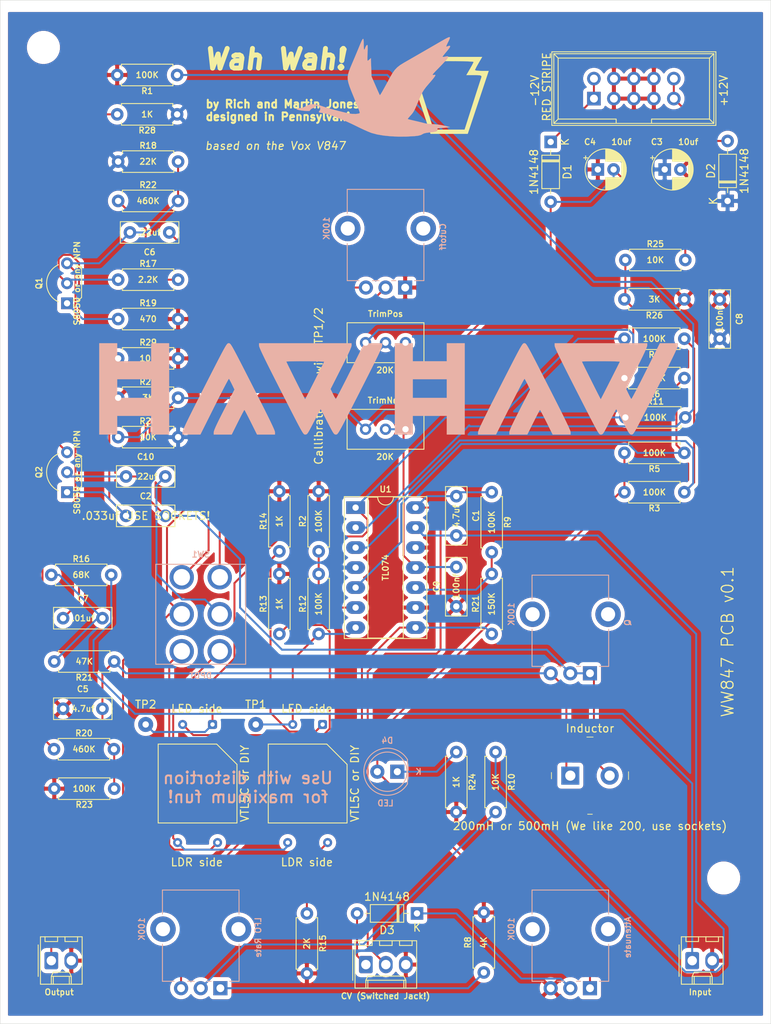
<source format=kicad_pcb>
(kicad_pcb (version 20171130) (host pcbnew "(5.1.8-0-10_14)")
  (layers (0 F.Cu signal) (31 B.Cu signal) (34 B.Paste user) (35 F.Paste user) (36 B.SilkS user) (37 F.SilkS user) (38 B.Mask user) (39 F.Mask user) (44 Edge.Cuts user))
  (net 0 "")
  (net 1 "Net-(C1-Pad2)")
  (net 2 "Net-(C1-Pad1)")
  (net 3 "Net-(C2-Pad1)")
  (net 4 "Net-(C2-Pad2)")
  (net 5 +12V)
  (net 6 GND)
  (net 7 "Net-(C4-Pad2)")
  (net 8 "Net-(C5-Pad2)")
  (net 9 I)
  (net 10 "Net-(C6-Pad2)")
  (net 11 "Net-(C7-Pad1)")
  (net 12 "Net-(C7-Pad2)")
  (net 13 J)
  (net 14 "Net-(C10-Pad1)")
  (net 15 G)
  (net 16 F)
  (net 17 "Net-(D1-Pad1)")
  (net 18 "Net-(D2-Pad2)")
  (net 19 X)
  (net 20 "Net-(D3-Pad2)")
  (net 21 "Net-(J1-Pad1)")
  (net 22 "Net-(LfoRate1-Pad3)")
  (net 23 "Net-(LfoRate1-Pad2)")
  (net 24 "Net-(LfoRate1-Pad1)")
  (net 25 "Net-(Q1-Pad1)")
  (net 26 "Net-(Q2-Pad3)")
  (net 27 "Net-(R1-Pad1)")
  (net 28 "Net-(R12-Pad2)")
  (net 29 "Net-(R3-Pad1)")
  (net 30 B)
  (net 31 "Net-(R5-Pad1)")
  (net 32 A)
  (net 33 "Net-(R11-Pad1)")
  (net 34 "Net-(R12-Pad1)")
  (net 35 "Net-(R13-Pad1)")
  (net 36 "Net-(R14-Pad1)")
  (net 37 "Net-(R15-Pad1)")
  (net 38 D)
  (net 39 E)
  (net 40 "Net-(D4-Pad1)")
  (net 41 "Net-(R21-Pad2)")
  (net 42 "Net-(ATTN1-Pad2)")
  (module ao_tht:wahwah (layer B.Cu) (at -550 19.5 180)
    (fp_text reference G*** hide)
    (fp_text value LOGO hide)
  )
  (module ao_tht:goose (layer B.Cu) (at -551.5 -19 180)
    (fp_text reference G*** hide)
    (fp_text value LOGO hide)
  )
  (module ao_tht:keystone (layer F.Cu) (at -542 -18)
    (fp_text reference G*** hide)
    (fp_text value LOGO hide)
  )
  (module ao_tht:CP_Radial_D5.0mm_P2.00mm (layer F.Cu) (at -514.5 -8.5)
    (fp_text reference C3 (at -1 -3.5) (layer F.SilkS) (effects (font (size 0.75 0.75))))
    (fp_text value 10uf)
    (fp_text user %V (at 3 -3.5) (layer F.SilkS) (effects (font (size 0.75 0.75))))
    (pad 1 thru_hole rect (at 0 0) (size 1.6 1.6) (drill 0.8) (layers *.Cu *.Mask) (net 5 +12V))
    (pad 2 thru_hole circle (at 2 0) (size 1.6 1.6) (drill 0.8) (layers *.Cu *.Mask) (net 6 GND))
  )
  (module ao_tht:CP_Radial_D5.0mm_P2.00mm (layer F.Cu) (at -523 -8.5)
    (fp_text reference C4 (at -1 -3.5) (layer F.SilkS) (effects (font (size 0.75 0.75))))
    (fp_text value 10uf)
    (fp_text user %V (at 3 -3.5) (layer F.SilkS) (effects (font (size 0.75 0.75))))
    (pad 2 thru_hole circle (at 2 0) (size 1.6 1.6) (drill 0.8) (layers *.Cu *.Mask) (net 7 "Net-(C4-Pad2)"))
    (pad 1 thru_hole rect (at 0 0) (size 1.6 1.6) (drill 0.8) (layers *.Cu *.Mask) (net 6 GND))
  )
  (module ao_tht:Potentiometer_Alpha_RD901F-40-00D_Single_Vertical_CircularHoles_centered (layer B.Cu) (at -550 -1 90)
    (fp_text reference Cutoff (at -1.05 7.3 90) (layer B.SilkS) (effects (font (size 0.75 0.75)) (justify mirror)))
    (fp_text value 100K)
    (fp_text user 100K (at 0 -7.5 270) (layer B.SilkS) (effects (font (size 0.75 0.75)) (justify mirror)))
    (pad 1 thru_hole rect (at -7.5 2.5) (size 1.8 1.8) (drill 1) (layers *.Cu *.Mask) (net 6 GND))
    (pad 2 thru_hole circle (at -7.5 0) (size 1.8 1.8) (drill 1) (layers *.Cu *.Mask) (net 15 G))
    (pad 3 thru_hole circle (at -7.5 -2.5) (size 1.8 1.8) (drill 1) (layers *.Cu *.Mask) (net 16 F))
    (pad "" thru_hole circle (at 0 -4.8) (size 3.24 3.24) (drill 1.8) (layers *.Cu *.Mask))
    (pad "" thru_hole circle (at 0 4.8) (size 3.24 3.24) (drill 1.8) (layers *.Cu *.Mask))
  )
  (module Diode_THT:D_DO-35_SOD27_P7.62mm_Horizontal (layer F.Cu) (at -529 -12 270)
    (fp_text reference D1 (at 3.81 -2.12 90) (layer F.SilkS))
    (fp_text value 1N4148 (at 3.81 2.12 90) (layer F.SilkS))
    (fp_text user K (at 0 -1.8 90) (layer F.SilkS))
    (pad 1 thru_hole rect (at 0 0 270) (size 1.6 1.6) (drill 0.8) (layers *.Cu *.Mask) (net 17 "Net-(D1-Pad1)"))
    (pad 2 thru_hole oval (at 7.62 0 270) (size 1.6 1.6) (drill 0.8) (layers *.Cu *.Mask) (net 7 "Net-(C4-Pad2)"))
  )
  (module Diode_THT:D_DO-35_SOD27_P7.62mm_Horizontal (layer F.Cu) (at -506.5 -4.5 90)
    (fp_text reference D2 (at 3.81 -2.12 90) (layer F.SilkS))
    (fp_text value 1N4148 (at 3.81 2.12 90) (layer F.SilkS))
    (fp_text user K (at 0 -1.8 90) (layer F.SilkS))
    (pad 2 thru_hole oval (at 7.62 0 90) (size 1.6 1.6) (drill 0.8) (layers *.Cu *.Mask) (net 18 "Net-(D2-Pad2)"))
    (pad 1 thru_hole rect (at 0 0 90) (size 1.6 1.6) (drill 0.8) (layers *.Cu *.Mask) (net 5 +12V))
  )
  (module Diode_THT:D_DO-35_SOD27_P7.62mm_Horizontal (layer F.Cu) (at -546 86 180)
    (fp_text reference D3 (at 3.81 -2.12) (layer F.SilkS))
    (fp_text value 1N4148 (at 3.81 2.12) (layer F.SilkS))
    (fp_text user K (at 0 -1.8) (layer F.SilkS))
    (pad 1 thru_hole rect (at 0 0 180) (size 1.6 1.6) (drill 0.8) (layers *.Cu *.Mask) (net 42 "Net-(ATTN1-Pad2)"))
    (pad 2 thru_hole oval (at 7.62 0 180) (size 1.6 1.6) (drill 0.8) (layers *.Cu *.Mask) (net 20 "Net-(D3-Pad2)"))
  )
  (module MountingHole:MountingHole_3.2mm_M3 (layer F.Cu) (at -507 81.5)
    (fp_text reference H1 hide)
    (fp_text value MountingHole)
    (pad 1 np_thru_hole circle (at 0 0) (size 3.2 3.2) (drill 3.2) (layers *.Cu *.Mask))
  )
  (module MountingHole:MountingHole_3.2mm_M3 (layer F.Cu) (at -593.5 -24)
    (fp_text reference H2 hide)
    (fp_text value MountingHole)
    (pad 1 np_thru_hole circle (at 0 0) (size 3.2 3.2) (drill 3.2) (layers *.Cu *.Mask))
  )
  (module ao_tht:Molex_KK-254_AE-6410-02A_1x02_P2.54mm_Vertical (layer F.Cu) (at -511 92)
    (fp_text reference J1 hide)
    (fp_text value Input)
    (fp_text user Input (at 1 4) (layer F.SilkS) (effects (font (size 0.75 0.75))))
    (pad 1 thru_hole roundrect (at 0 0) (size 1.74 2.2) (drill 1.2) (layers *.Cu *.Mask) (roundrect_rratio 0.1436775862068966) (net 21 "Net-(J1-Pad1)"))
    (pad 2 thru_hole oval (at 2.54 0) (size 1.74 2.2) (drill 1.2) (layers *.Cu *.Mask) (net 6 GND))
  )
  (module ao_tht:Power_Header (layer F.Cu) (at -523.5 -17.5 90)
    (fp_text reference J2 hide)
    (fp_text value Synth_power_2x5)
    (fp_text user +12V (at 1 16.5 90) (layer F.SilkS))
    (fp_text user -12V (at 1 -7.5 90) (layer F.SilkS))
    (fp_text user "RED STRIPE" (at 1.5 -6 90) (layer F.SilkS))
    (pad 1 thru_hole rect (at 0 0 90) (size 1.7272 1.7272) (drill 1.016) (layers *.Cu *.Mask) (net 17 "Net-(D1-Pad1)"))
    (pad 2 thru_hole oval (at 2.54 0 90) (size 1.7272 1.7272) (drill 1.016) (layers *.Cu *.Mask) (net 17 "Net-(D1-Pad1)"))
    (pad 3 thru_hole oval (at 0 2.54 90) (size 1.7272 1.7272) (drill 1.016) (layers *.Cu *.Mask) (net 6 GND))
    (pad 4 thru_hole oval (at 2.54 2.54 90) (size 1.7272 1.7272) (drill 1.016) (layers *.Cu *.Mask) (net 6 GND))
    (pad 5 thru_hole oval (at 0 5.08 90) (size 1.7272 1.7272) (drill 1.016) (layers *.Cu *.Mask) (net 6 GND))
    (pad 6 thru_hole oval (at 2.54 5.08 90) (size 1.7272 1.7272) (drill 1.016) (layers *.Cu *.Mask) (net 6 GND))
    (pad 7 thru_hole oval (at 0 7.62 90) (size 1.7272 1.7272) (drill 1.016) (layers *.Cu *.Mask) (net 6 GND))
    (pad 8 thru_hole oval (at 2.54 7.62 90) (size 1.7272 1.7272) (drill 1.016) (layers *.Cu *.Mask) (net 6 GND))
    (pad 9 thru_hole oval (at 0 10.16 90) (size 1.7272 1.7272) (drill 1.016) (layers *.Cu *.Mask) (net 18 "Net-(D2-Pad2)"))
    (pad 10 thru_hole oval (at 2.54 10.16 90) (size 1.7272 1.7272) (drill 1.016) (layers *.Cu *.Mask) (net 18 "Net-(D2-Pad2)"))
  )
  (module ao_tht:Molex_KK-254_AE-6410-02A_1x02_P2.54mm_Vertical (layer F.Cu) (at -592.5 92)
    (fp_text reference J3 hide)
    (fp_text value Output)
    (fp_text user Output (at 1 4) (layer F.SilkS) (effects (font (size 0.75 0.75))))
    (pad 2 thru_hole oval (at 2.54 0) (size 1.74 2.2) (drill 1.2) (layers *.Cu *.Mask) (net 6 GND))
    (pad 1 thru_hole roundrect (at 0 0) (size 1.74 2.2) (drill 1.2) (layers *.Cu *.Mask) (roundrect_rratio 0.1436775862068966) (net 9 I))
  )
  (module ao_tht:Molex_KK-254_AE-6410-03A_1x03_P2.54mm_Vertical (layer F.Cu) (at -552.5 92.5)
    (fp_text reference J4 hide)
    (fp_text value CV_switched_jack)
    (fp_text user "CV (Switched Jack!)" (at 2.5 4) (layer F.SilkS) (effects (font (size 0.75 0.75))))
    (pad 1 thru_hole roundrect (at 0 0) (size 1.74 2.2) (drill 1.2) (layers *.Cu *.Mask) (roundrect_rratio 0.1436775862068966) (net 20 "Net-(D3-Pad2)"))
    (pad 2 thru_hole oval (at 2.54 0) (size 1.74 2.2) (drill 1.2) (layers *.Cu *.Mask) (net 2 "Net-(C1-Pad1)"))
    (pad 3 thru_hole oval (at 5.08 0) (size 1.74 2.2) (drill 1.2) (layers *.Cu *.Mask) (net 6 GND))
  )
  (module digikey-footprints:Inductor_13R106C (layer F.Cu) (at -524 68.5)
    (fp_text reference Inductor (at 0 -6) (layer F.SilkS))
    (fp_text value "200mH or 500mH (We like 200, use sockets)" (at 0 6.4) (layer F.SilkS))
    (pad 1 thru_hole rect (at -2.5 0) (size 2.3 2.3) (drill 1.3) (layers *.Cu *.Mask) (net 8 "Net-(C5-Pad2)"))
    (pad 2 thru_hole circle (at 2.5 0) (size 2.3 2.3) (drill 1.3) (layers *.Cu *.Mask) (net 4 "Net-(C2-Pad2)"))
  )
  (module ao_tht:Potentiometer_Alpha_RD901F-40-00D_Single_Vertical_CircularHoles_centered (layer B.Cu) (at -573.5 88 90)
    (fp_text reference "LFO Rate" (at -1.05 7.3 90) (layer B.SilkS) (effects (font (size 0.75 0.75)) (justify mirror)))
    (fp_text value 100K)
    (fp_text user 100K (at 0 -7.5 270) (layer B.SilkS) (effects (font (size 0.75 0.75)) (justify mirror)))
    (pad "" thru_hole circle (at 0 4.8) (size 3.24 3.24) (drill 1.8) (layers *.Cu *.Mask))
    (pad "" thru_hole circle (at 0 -4.8) (size 3.24 3.24) (drill 1.8) (layers *.Cu *.Mask))
    (pad 3 thru_hole circle (at -7.5 -2.5) (size 1.8 1.8) (drill 1) (layers *.Cu *.Mask) (net 22 "Net-(LfoRate1-Pad3)"))
    (pad 2 thru_hole circle (at -7.5 0) (size 1.8 1.8) (drill 1) (layers *.Cu *.Mask) (net 23 "Net-(LfoRate1-Pad2)"))
    (pad 1 thru_hole rect (at -7.5 2.5) (size 1.8 1.8) (drill 1) (layers *.Cu *.Mask) (net 24 "Net-(LfoRate1-Pad1)"))
  )
  (module ao_tht:R_Axial_DIN0207_L6.3mm_D2.5mm_P7.62mm_Horizontal (layer F.Cu) (at -576.5 -20.5 180)
    (fp_text reference R1 (at 3.81 -2.032) (layer F.SilkS) (effects (font (size 0.75 0.75))))
    (fp_text value 100K (at 3.81 0) (layer F.SilkS) (effects (font (size 0.75 0.75))))
    (pad 1 thru_hole circle (at 0 0 180) (size 1.6 1.6) (drill 0.8) (layers *.Cu *.Mask) (net 27 "Net-(R1-Pad1)"))
    (pad 2 thru_hole oval (at 7.62 0 180) (size 1.6 1.6) (drill 0.8) (layers *.Cu *.Mask) (net 6 GND))
  )
  (module ao_tht:R_Axial_DIN0207_L6.3mm_D2.5mm_P7.62mm_Horizontal (layer F.Cu) (at -558.5 40 90)
    (fp_text reference R2 (at 3.81 -2.032 90) (layer F.SilkS) (effects (font (size 0.75 0.75))))
    (fp_text value 100K (at 3.81 0 90) (layer F.SilkS) (effects (font (size 0.75 0.75))))
    (pad 2 thru_hole oval (at 7.62 0 90) (size 1.6 1.6) (drill 0.8) (layers *.Cu *.Mask) (net 6 GND))
    (pad 1 thru_hole circle (at 0 0 90) (size 1.6 1.6) (drill 0.8) (layers *.Cu *.Mask) (net 28 "Net-(R12-Pad2)"))
  )
  (module ao_tht:R_Axial_DIN0207_L6.3mm_D2.5mm_P7.62mm_Horizontal (layer F.Cu) (at -512 32.5 180)
    (fp_text reference R3 (at 3.81 -2.032) (layer F.SilkS) (effects (font (size 0.75 0.75))))
    (fp_text value 100K (at 3.81 0) (layer F.SilkS) (effects (font (size 0.75 0.75))))
    (pad 2 thru_hole oval (at 7.62 0 180) (size 1.6 1.6) (drill 0.8) (layers *.Cu *.Mask) (net 19 X))
    (pad 1 thru_hole circle (at 0 0 180) (size 1.6 1.6) (drill 0.8) (layers *.Cu *.Mask) (net 29 "Net-(R3-Pad1)"))
  )
  (module ao_tht:R_Axial_DIN0207_L6.3mm_D2.5mm_P7.62mm_Horizontal (layer F.Cu) (at -512 13 180)
    (fp_text reference R4 (at 3.81 -2.032) (layer F.SilkS) (effects (font (size 0.75 0.75))))
    (fp_text value 100K (at 3.81 0) (layer F.SilkS) (effects (font (size 0.75 0.75))))
    (pad 1 thru_hole circle (at 0 0 180) (size 1.6 1.6) (drill 0.8) (layers *.Cu *.Mask) (net 29 "Net-(R3-Pad1)"))
    (pad 2 thru_hole oval (at 7.62 0 180) (size 1.6 1.6) (drill 0.8) (layers *.Cu *.Mask) (net 30 B))
  )
  (module ao_tht:R_Axial_DIN0207_L6.3mm_D2.5mm_P7.62mm_Horizontal (layer F.Cu) (at -512 27.5 180)
    (fp_text reference R5 (at 3.81 -2.032) (layer F.SilkS) (effects (font (size 0.75 0.75))))
    (fp_text value 100K (at 3.81 0) (layer F.SilkS) (effects (font (size 0.75 0.75))))
    (pad 2 thru_hole oval (at 7.62 0 180) (size 1.6 1.6) (drill 0.8) (layers *.Cu *.Mask) (net 19 X))
    (pad 1 thru_hole circle (at 0 0 180) (size 1.6 1.6) (drill 0.8) (layers *.Cu *.Mask) (net 31 "Net-(R5-Pad1)"))
  )
  (module ao_tht:R_Axial_DIN0207_L6.3mm_D2.5mm_P7.62mm_Horizontal (layer F.Cu) (at -512 18 180)
    (fp_text reference R6 (at 3.81 -2.032) (layer F.SilkS) (effects (font (size 0.75 0.75))))
    (fp_text value 100K (at 3.81 0) (layer F.SilkS) (effects (font (size 0.75 0.75))))
    (pad 1 thru_hole circle (at 0 0 180) (size 1.6 1.6) (drill 0.8) (layers *.Cu *.Mask) (net 31 "Net-(R5-Pad1)"))
    (pad 2 thru_hole oval (at 7.62 0 180) (size 1.6 1.6) (drill 0.8) (layers *.Cu *.Mask) (net 32 A))
  )
  (module ao_tht:R_Axial_DIN0207_L6.3mm_D2.5mm_P7.62mm_Horizontal (layer F.Cu) (at -536.5 50.5 90)
    (fp_text reference R21 (at 3.81 -2.032 90) (layer F.SilkS) (effects (font (size 0.75 0.75))))
    (fp_text value 150K (at 3.81 0 90) (layer F.SilkS) (effects (font (size 0.75 0.75))))
    (pad 2 thru_hole oval (at 7.62 0 90) (size 1.6 1.6) (drill 0.8) (layers *.Cu *.Mask) (net 41 "Net-(R21-Pad2)"))
    (pad 1 thru_hole circle (at 0 0 90) (size 1.6 1.6) (drill 0.8) (layers *.Cu *.Mask) (net 22 "Net-(LfoRate1-Pad3)"))
  )
  (module ao_tht:R_Axial_DIN0207_L6.3mm_D2.5mm_P7.62mm_Horizontal (layer F.Cu) (at -537.5 93.5 90)
    (fp_text reference R8 (at 3.81 -2.032 90) (layer F.SilkS) (effects (font (size 0.75 0.75))))
    (fp_text value 4K (at 3.81 0 90) (layer F.SilkS) (effects (font (size 0.75 0.75))))
    (pad 2 thru_hole oval (at 7.62 0 90) (size 1.6 1.6) (drill 0.8) (layers *.Cu *.Mask) (net 6 GND))
    (pad 1 thru_hole circle (at 0 0 90) (size 1.6 1.6) (drill 0.8) (layers *.Cu *.Mask) (net 24 "Net-(LfoRate1-Pad1)"))
  )
  (module ao_tht:R_Axial_DIN0207_L6.3mm_D2.5mm_P7.62mm_Horizontal (layer F.Cu) (at -536.5 32.5 270)
    (fp_text reference R9 (at 3.81 -2.032 90) (layer F.SilkS) (effects (font (size 0.75 0.75))))
    (fp_text value 100K (at 3.81 0 90) (layer F.SilkS) (effects (font (size 0.75 0.75))))
    (pad 1 thru_hole circle (at 0 0 270) (size 1.6 1.6) (drill 0.8) (layers *.Cu *.Mask) (net 2 "Net-(C1-Pad1)"))
    (pad 2 thru_hole oval (at 7.62 0 270) (size 1.6 1.6) (drill 0.8) (layers *.Cu *.Mask) (net 41 "Net-(R21-Pad2)"))
  )
  (module ao_tht:R_Axial_DIN0207_L6.3mm_D2.5mm_P7.62mm_Horizontal (layer F.Cu) (at -536 65.5 270)
    (fp_text reference R10 (at 3.81 -2.032 90) (layer F.SilkS) (effects (font (size 0.75 0.75))))
    (fp_text value 10K (at 3.81 0 90) (layer F.SilkS) (effects (font (size 0.75 0.75))))
    (pad 1 thru_hole circle (at 0 0 270) (size 1.6 1.6) (drill 0.8) (layers *.Cu *.Mask) (net 1 "Net-(C1-Pad2)"))
    (pad 2 thru_hole oval (at 7.62 0 270) (size 1.6 1.6) (drill 0.8) (layers *.Cu *.Mask) (net 23 "Net-(LfoRate1-Pad2)"))
  )
  (module ao_tht:R_Axial_DIN0207_L6.3mm_D2.5mm_P7.62mm_Horizontal (layer F.Cu) (at -519.5 23)
    (fp_text reference R11 (at 3.81 -2.032) (layer F.SilkS) (effects (font (size 0.75 0.75))))
    (fp_text value 100K (at 3.81 0) (layer F.SilkS) (effects (font (size 0.75 0.75))))
    (pad 1 thru_hole circle (at 0 0) (size 1.6 1.6) (drill 0.8) (layers *.Cu *.Mask) (net 33 "Net-(R11-Pad1)"))
    (pad 2 thru_hole oval (at 7.62 0) (size 1.6 1.6) (drill 0.8) (layers *.Cu *.Mask) (net 27 "Net-(R1-Pad1)"))
  )
  (module ao_tht:R_Axial_DIN0207_L6.3mm_D2.5mm_P7.62mm_Horizontal (layer F.Cu) (at -558.5 50.5 90)
    (fp_text reference R12 (at 3.81 -2.032 90) (layer F.SilkS) (effects (font (size 0.75 0.75))))
    (fp_text value 100K (at 3.81 0 90) (layer F.SilkS) (effects (font (size 0.75 0.75))))
    (pad 2 thru_hole oval (at 7.62 0 90) (size 1.6 1.6) (drill 0.8) (layers *.Cu *.Mask) (net 28 "Net-(R12-Pad2)"))
    (pad 1 thru_hole circle (at 0 0 90) (size 1.6 1.6) (drill 0.8) (layers *.Cu *.Mask) (net 34 "Net-(R12-Pad1)"))
  )
  (module ao_tht:R_Axial_DIN0207_L6.3mm_D2.5mm_P7.62mm_Horizontal (layer F.Cu) (at -563.5 50.5 90)
    (fp_text reference R13 (at 3.81 -2.032 90) (layer F.SilkS) (effects (font (size 0.75 0.75))))
    (fp_text value 1K (at 3.81 0 90) (layer F.SilkS) (effects (font (size 0.75 0.75))))
    (pad 2 thru_hole oval (at 7.62 0 90) (size 1.6 1.6) (drill 0.8) (layers *.Cu *.Mask) (net 6 GND))
    (pad 1 thru_hole circle (at 0 0 90) (size 1.6 1.6) (drill 0.8) (layers *.Cu *.Mask) (net 35 "Net-(R13-Pad1)"))
  )
  (module ao_tht:R_Axial_DIN0207_L6.3mm_D2.5mm_P7.62mm_Horizontal (layer F.Cu) (at -563.5 40 90)
    (fp_text reference R14 (at 3.81 -2.032 90) (layer F.SilkS) (effects (font (size 0.75 0.75))))
    (fp_text value 1K (at 3.81 0 90) (layer F.SilkS) (effects (font (size 0.75 0.75))))
    (pad 1 thru_hole circle (at 0 0 90) (size 1.6 1.6) (drill 0.8) (layers *.Cu *.Mask) (net 36 "Net-(R14-Pad1)"))
    (pad 2 thru_hole oval (at 7.62 0 90) (size 1.6 1.6) (drill 0.8) (layers *.Cu *.Mask) (net 6 GND))
  )
  (module ao_tht:R_Axial_DIN0207_L6.3mm_D2.5mm_P7.62mm_Horizontal (layer F.Cu) (at -560 86 270)
    (fp_text reference R15 (at 3.81 -2.032 90) (layer F.SilkS) (effects (font (size 0.75 0.75))))
    (fp_text value 2K (at 3.81 0 90) (layer F.SilkS) (effects (font (size 0.75 0.75))))
    (pad 2 thru_hole oval (at 7.62 0 270) (size 1.6 1.6) (drill 0.8) (layers *.Cu *.Mask) (net 6 GND))
    (pad 1 thru_hole circle (at 0 0 270) (size 1.6 1.6) (drill 0.8) (layers *.Cu *.Mask) (net 37 "Net-(R15-Pad1)"))
  )
  (module ao_tht:R_Axial_DIN0207_L6.3mm_D2.5mm_P7.62mm_Horizontal (layer F.Cu) (at -592.5 43)
    (fp_text reference R16 (at 3.81 -2.032) (layer F.SilkS) (effects (font (size 0.75 0.75))))
    (fp_text value 68K (at 3.81 0) (layer F.SilkS) (effects (font (size 0.75 0.75))))
    (pad 1 thru_hole circle (at 0 0) (size 1.6 1.6) (drill 0.8) (layers *.Cu *.Mask) (net 12 "Net-(C7-Pad2)"))
    (pad 2 thru_hole oval (at 7.62 0) (size 1.6 1.6) (drill 0.8) (layers *.Cu *.Mask) (net 21 "Net-(J1-Pad1)"))
  )
  (module ao_tht:R_Axial_DIN0207_L6.3mm_D2.5mm_P7.62mm_Horizontal (layer F.Cu) (at -584 5.5)
    (fp_text reference R17 (at 3.81 -2.032) (layer F.SilkS) (effects (font (size 0.75 0.75))))
    (fp_text value 2.2K (at 3.81 0) (layer F.SilkS) (effects (font (size 0.75 0.75))))
    (pad 2 thru_hole oval (at 7.62 0) (size 1.6 1.6) (drill 0.8) (layers *.Cu *.Mask) (net 4 "Net-(C2-Pad2)"))
    (pad 1 thru_hole circle (at 0 0) (size 1.6 1.6) (drill 0.8) (layers *.Cu *.Mask) (net 11 "Net-(C7-Pad1)"))
  )
  (module ao_tht:R_Axial_DIN0207_L6.3mm_D2.5mm_P7.62mm_Horizontal (layer F.Cu) (at -584 -9.5)
    (fp_text reference R18 (at 3.81 -2.032) (layer F.SilkS) (effects (font (size 0.75 0.75))))
    (fp_text value 22K (at 3.81 0) (layer F.SilkS) (effects (font (size 0.75 0.75))))
    (pad 1 thru_hole circle (at 0 0) (size 1.6 1.6) (drill 0.8) (layers *.Cu *.Mask) (net 5 +12V))
    (pad 2 thru_hole oval (at 7.62 0) (size 1.6 1.6) (drill 0.8) (layers *.Cu *.Mask) (net 10 "Net-(C6-Pad2)"))
  )
  (module ao_tht:R_Axial_DIN0207_L6.3mm_D2.5mm_P7.62mm_Horizontal (layer F.Cu) (at -584 10.5)
    (fp_text reference R19 (at 3.81 -2.032) (layer F.SilkS) (effects (font (size 0.75 0.75))))
    (fp_text value 470 (at 3.81 0) (layer F.SilkS) (effects (font (size 0.75 0.75))))
    (pad 2 thru_hole oval (at 7.62 0) (size 1.6 1.6) (drill 0.8) (layers *.Cu *.Mask) (net 6 GND))
    (pad 1 thru_hole circle (at 0 0) (size 1.6 1.6) (drill 0.8) (layers *.Cu *.Mask) (net 25 "Net-(Q1-Pad1)"))
  )
  (module ao_tht:R_Axial_DIN0207_L6.3mm_D2.5mm_P7.62mm_Horizontal (layer F.Cu) (at -592.154558 65.141181)
    (fp_text reference R20 (at 3.81 -2.032) (layer F.SilkS) (effects (font (size 0.75 0.75))))
    (fp_text value 460K (at 3.81 0) (layer F.SilkS) (effects (font (size 0.75 0.75))))
    (pad 1 thru_hole circle (at 0 0) (size 1.6 1.6) (drill 0.8) (layers *.Cu *.Mask) (net 10 "Net-(C6-Pad2)"))
    (pad 2 thru_hole oval (at 7.62 0) (size 1.6 1.6) (drill 0.8) (layers *.Cu *.Mask) (net 8 "Net-(C5-Pad2)"))
  )
  (module ao_tht:R_Axial_DIN0207_L6.3mm_D2.5mm_P7.62mm_Horizontal (layer F.Cu) (at -584.5 54 180)
    (fp_text reference R21 (at 3.81 -2.032) (layer F.SilkS) (effects (font (size 0.75 0.75))))
    (fp_text value 47K (at 3.81 0) (layer F.SilkS) (effects (font (size 0.75 0.75))))
    (pad 1 thru_hole circle (at 0 0 180) (size 1.6 1.6) (drill 0.8) (layers *.Cu *.Mask) (net 8 "Net-(C5-Pad2)"))
    (pad 2 thru_hole oval (at 7.62 0 180) (size 1.6 1.6) (drill 0.8) (layers *.Cu *.Mask) (net 12 "Net-(C7-Pad2)"))
  )
  (module ao_tht:R_Axial_DIN0207_L6.3mm_D2.5mm_P7.62mm_Horizontal (layer F.Cu) (at -584 -4.5)
    (fp_text reference R22 (at 3.81 -2.032) (layer F.SilkS) (effects (font (size 0.75 0.75))))
    (fp_text value 460K (at 3.81 0) (layer F.SilkS) (effects (font (size 0.75 0.75))))
    (pad 2 thru_hole oval (at 7.62 0) (size 1.6 1.6) (drill 0.8) (layers *.Cu *.Mask) (net 10 "Net-(C6-Pad2)"))
    (pad 1 thru_hole circle (at 0 0) (size 1.6 1.6) (drill 0.8) (layers *.Cu *.Mask) (net 14 "Net-(C10-Pad1)"))
  )
  (module ao_tht:R_Axial_DIN0207_L6.3mm_D2.5mm_P7.62mm_Horizontal (layer F.Cu) (at -584.5 70.152698 180)
    (fp_text reference R23 (at 3.81 -2.032) (layer F.SilkS) (effects (font (size 0.75 0.75))))
    (fp_text value 100K (at 3.81 0) (layer F.SilkS) (effects (font (size 0.75 0.75))))
    (pad 1 thru_hole circle (at 0 0 180) (size 1.6 1.6) (drill 0.8) (layers *.Cu *.Mask) (net 8 "Net-(C5-Pad2)"))
    (pad 2 thru_hole oval (at 7.62 0 180) (size 1.6 1.6) (drill 0.8) (layers *.Cu *.Mask) (net 6 GND))
  )
  (module ao_tht:R_Axial_DIN0207_L6.3mm_D2.5mm_P7.62mm_Horizontal (layer F.Cu) (at -584 25.5)
    (fp_text reference R24 (at 3.81 -2.032) (layer F.SilkS) (effects (font (size 0.75 0.75))))
    (fp_text value 10K (at 3.81 0) (layer F.SilkS) (effects (font (size 0.75 0.75))))
    (pad 2 thru_hole oval (at 7.62 0) (size 1.6 1.6) (drill 0.8) (layers *.Cu *.Mask) (net 5 +12V))
    (pad 1 thru_hole circle (at 0 0) (size 1.6 1.6) (drill 0.8) (layers *.Cu *.Mask) (net 30 B))
  )
  (module ao_tht:R_Axial_DIN0207_L6.3mm_D2.5mm_P7.62mm_Horizontal (layer F.Cu) (at -519.5 3)
    (fp_text reference R25 (at 3.81 -2.032) (layer F.SilkS) (effects (font (size 0.75 0.75))))
    (fp_text value 10K (at 3.81 0) (layer F.SilkS) (effects (font (size 0.75 0.75))))
    (pad 2 thru_hole oval (at 7.62 0) (size 1.6 1.6) (drill 0.8) (layers *.Cu *.Mask) (net 7 "Net-(C4-Pad2)"))
    (pad 1 thru_hole circle (at 0 0) (size 1.6 1.6) (drill 0.8) (layers *.Cu *.Mask) (net 32 A))
  )
  (module ao_tht:R_Axial_DIN0207_L6.3mm_D2.5mm_P7.62mm_Horizontal (layer F.Cu) (at -512 8 180)
    (fp_text reference R26 (at 3.81 -2.032) (layer F.SilkS) (effects (font (size 0.75 0.75))))
    (fp_text value 3K (at 3.81 0) (layer F.SilkS) (effects (font (size 0.75 0.75))))
    (pad 1 thru_hole circle (at 0 0 180) (size 1.6 1.6) (drill 0.8) (layers *.Cu *.Mask) (net 6 GND))
    (pad 2 thru_hole oval (at 7.62 0 180) (size 1.6 1.6) (drill 0.8) (layers *.Cu *.Mask) (net 32 A))
  )
  (module ao_tht:R_Axial_DIN0207_L6.3mm_D2.5mm_P7.62mm_Horizontal (layer F.Cu) (at -584 20.5)
    (fp_text reference R27 (at 3.81 -2.032) (layer F.SilkS) (effects (font (size 0.75 0.75))))
    (fp_text value 3K (at 3.81 0) (layer F.SilkS) (effects (font (size 0.75 0.75))))
    (pad 1 thru_hole circle (at 0 0) (size 1.6 1.6) (drill 0.8) (layers *.Cu *.Mask) (net 6 GND))
    (pad 2 thru_hole oval (at 7.62 0) (size 1.6 1.6) (drill 0.8) (layers *.Cu *.Mask) (net 30 B))
  )
  (module ao_tht:R_Axial_DIN0207_L6.3mm_D2.5mm_P7.62mm_Horizontal (layer F.Cu) (at -576.5 -15.5 180)
    (fp_text reference R28 (at 3.81 -2.032) (layer F.SilkS) (effects (font (size 0.75 0.75))))
    (fp_text value 1K (at 3.81 0) (layer F.SilkS) (effects (font (size 0.75 0.75))))
    (pad 1 thru_hole circle (at 0 0 180) (size 1.6 1.6) (drill 0.8) (layers *.Cu *.Mask) (net 5 +12V))
    (pad 2 thru_hole oval (at 7.62 0 180) (size 1.6 1.6) (drill 0.8) (layers *.Cu *.Mask) (net 26 "Net-(Q2-Pad3)"))
  )
  (module ao_tht:R_Axial_DIN0207_L6.3mm_D2.5mm_P7.62mm_Horizontal (layer F.Cu) (at -584 15.5)
    (fp_text reference R29 (at 3.81 -2.032) (layer F.SilkS) (effects (font (size 0.75 0.75))))
    (fp_text value 10K (at 3.81 0) (layer F.SilkS) (effects (font (size 0.75 0.75))))
    (pad 2 thru_hole oval (at 7.62 0) (size 1.6 1.6) (drill 0.8) (layers *.Cu *.Mask) (net 6 GND))
    (pad 1 thru_hole circle (at 0 0) (size 1.6 1.6) (drill 0.8) (layers *.Cu *.Mask) (net 3 "Net-(C2-Pad1)"))
  )
  (module ao_tht:DPDT-toggle-switch-1M-seriesx (layer B.Cu) (at -573.5 48 180)
    (fp_text reference SW1 (at 0 7.6) (layer B.SilkS) (effects (font (size 0.75 0.75)) (justify mirror)))
    (fp_text value SW_DPDT_x2)
    (fp_text user DPDT (at 0 -7.8) (layer B.SilkS) (effects (font (size 0.75 0.75)) (justify mirror)))
    (pad 2 thru_hole circle (at 2.415 0 180) (size 3.1 3.1) (drill 2.1) (layers *.Cu *.Mask) (net 9 I))
    (pad 3 thru_hole circle (at 2.415 4.7 180) (size 3.1 3.1) (drill 2.1) (layers *.Cu *.Mask) (net 16 F))
    (pad 1 thru_hole circle (at 2.415 -4.7 180) (size 3.1 3.1) (drill 2.1) (layers *.Cu *.Mask) (net 38 D))
    (pad 6 thru_hole circle (at -2.415 4.7 180) (size 3.1 3.1) (drill 2.1) (layers *.Cu *.Mask) (net 15 G))
    (pad 5 thru_hole circle (at -2.415 0 180) (size 3.1 3.1) (drill 2.1) (layers *.Cu *.Mask) (net 13 J))
    (pad 4 thru_hole circle (at -2.415 -4.7 180) (size 3.1 3.1) (drill 2.1) (layers *.Cu *.Mask) (net 39 E))
  )
  (module ao_tht:DIP-14_W7.62mm_Socket_LongPads (layer F.Cu) (at -553.804376 34.452423)
    (fp_text reference U1 (at 3.81 -2.33) (layer F.SilkS) (effects (font (size 0.75 0.75))))
    (fp_text value TL074)
    (fp_text user %V (at 3.81 7.62 90) (layer F.SilkS) (effects (font (size 0.75 0.75))))
    (pad 1 thru_hole rect (at 0 0) (size 2.4 1.6) (drill 0.8) (layers *.Cu *.Mask) (net 33 "Net-(R11-Pad1)"))
    (pad 8 thru_hole oval (at 7.62 15.24) (size 2.4 1.6) (drill 0.8) (layers *.Cu *.Mask) (net 22 "Net-(LfoRate1-Pad3)"))
    (pad 2 thru_hole oval (at 0 2.54) (size 2.4 1.6) (drill 0.8) (layers *.Cu *.Mask) (net 27 "Net-(R1-Pad1)"))
    (pad 9 thru_hole oval (at 7.62 12.7) (size 2.4 1.6) (drill 0.8) (layers *.Cu *.Mask) (net 6 GND))
    (pad 3 thru_hole oval (at 0 5.08) (size 2.4 1.6) (drill 0.8) (layers *.Cu *.Mask) (net 29 "Net-(R3-Pad1)"))
    (pad 10 thru_hole oval (at 7.62 10.16) (size 2.4 1.6) (drill 0.8) (layers *.Cu *.Mask) (net 41 "Net-(R21-Pad2)"))
    (pad 4 thru_hole oval (at 0 7.62) (size 2.4 1.6) (drill 0.8) (layers *.Cu *.Mask) (net 5 +12V))
    (pad 11 thru_hole oval (at 7.62 7.62) (size 2.4 1.6) (drill 0.8) (layers *.Cu *.Mask) (net 7 "Net-(C4-Pad2)"))
    (pad 5 thru_hole oval (at 0 10.16) (size 2.4 1.6) (drill 0.8) (layers *.Cu *.Mask) (net 31 "Net-(R5-Pad1)"))
    (pad 12 thru_hole oval (at 7.62 5.08) (size 2.4 1.6) (drill 0.8) (layers *.Cu *.Mask) (net 6 GND))
    (pad 6 thru_hole oval (at 0 12.7) (size 2.4 1.6) (drill 0.8) (layers *.Cu *.Mask) (net 28 "Net-(R12-Pad2)"))
    (pad 13 thru_hole oval (at 7.62 2.54) (size 2.4 1.6) (drill 0.8) (layers *.Cu *.Mask) (net 1 "Net-(C1-Pad2)"))
    (pad 7 thru_hole oval (at 0 15.24) (size 2.4 1.6) (drill 0.8) (layers *.Cu *.Mask) (net 34 "Net-(R12-Pad1)"))
    (pad 14 thru_hole oval (at 7.62 0) (size 2.4 1.6) (drill 0.8) (layers *.Cu *.Mask) (net 2 "Net-(C1-Pad1)"))
  )
  (module OptoDevice:PerkinElmer_VTL5C (layer F.Cu) (at -572 62 270)
    (fp_text reference "VTL5C or DIY" (at 7.5 -4.1 90) (layer F.SilkS))
    (fp_text value VTL5C)
    (pad 2 thru_hole circle (at 0 3.8 270) (size 1.15 1.15) (drill 0.55) (layers *.Cu *.Mask) (net 35 "Net-(R13-Pad1)"))
    (pad 4 thru_hole circle (at 15 4.44 270) (size 1.15 1.15) (drill 0.55) (layers *.Cu *.Mask) (net 39 E))
    (pad 3 thru_hole circle (at 15 -0.64 270) (size 1.15 1.15) (drill 0.55) (layers *.Cu *.Mask) (net 38 D))
    (pad 1 thru_hole roundrect (at 0 0 270) (size 1.15 1.15) (drill 0.55) (layers *.Cu *.Mask) (net 33 "Net-(R11-Pad1)"))
  )
  (module OptoDevice:PerkinElmer_VTL5C (layer F.Cu) (at -558 62 270)
    (fp_text reference "VTL5C or DIY" (at 7.5 -4.1 90) (layer F.SilkS))
    (fp_text value VTL5C)
    (pad 1 thru_hole roundrect (at 0 0 270) (size 1.15 1.15) (drill 0.55) (layers *.Cu *.Mask) (net 36 "Net-(R14-Pad1)"))
    (pad 3 thru_hole circle (at 15 -0.64 270) (size 1.15 1.15) (drill 0.55) (layers *.Cu *.Mask) (net 37 "Net-(R15-Pad1)"))
    (pad 4 thru_hole circle (at 15 4.44 270) (size 1.15 1.15) (drill 0.55) (layers *.Cu *.Mask) (net 39 E))
    (pad 2 thru_hole circle (at 0 3.8 270) (size 1.15 1.15) (drill 0.55) (layers *.Cu *.Mask) (net 34 "Net-(R12-Pad1)"))
  )
  (module ao_tht:TO-92_Inline_Wide (layer F.Cu) (at -590.5 8.5 90)
    (fp_text reference Q1 (at 2.54 -3.56 90) (layer F.SilkS) (effects (font (size 0.75 0.75))))
    (fp_text value S8050)
    (fp_text user "%V or any NPN" (at 2.54 1.27 90) (layer F.SilkS) (effects (font (size 0.75 0.75))))
    (pad 2 thru_hole circle (at 2.54 0 180) (size 1.5 1.5) (drill 0.8) (layers *.Cu *.Mask) (net 11 "Net-(C7-Pad1)"))
    (pad 3 thru_hole circle (at 5.08 0 180) (size 1.5 1.5) (drill 0.8) (layers *.Cu *.Mask) (net 10 "Net-(C6-Pad2)"))
    (pad 1 thru_hole rect (at 0 0 180) (size 1.5 1.5) (drill 0.8) (layers *.Cu *.Mask) (net 25 "Net-(Q1-Pad1)"))
  )
  (module ao_tht:TO-92_Inline_Wide (layer F.Cu) (at -590.5 32.5 90)
    (fp_text reference Q2 (at 2.54 -3.56 90) (layer F.SilkS) (effects (font (size 0.75 0.75))))
    (fp_text value S8050)
    (fp_text user "%V or any NPN" (at 2.54 1.27 90) (layer F.SilkS) (effects (font (size 0.75 0.75))))
    (pad 1 thru_hole rect (at 0 0 180) (size 1.5 1.5) (drill 0.8) (layers *.Cu *.Mask) (net 3 "Net-(C2-Pad1)"))
    (pad 3 thru_hole circle (at 5.08 0 180) (size 1.5 1.5) (drill 0.8) (layers *.Cu *.Mask) (net 26 "Net-(Q2-Pad3)"))
    (pad 2 thru_hole circle (at 2.54 0 180) (size 1.5 1.5) (drill 0.8) (layers *.Cu *.Mask) (net 14 "Net-(C10-Pad1)"))
  )
  (module ao_tht:Potentiometer_Bourns_3296W_Vertical (layer F.Cu) (at -550 13.5)
    (fp_text reference TrimPos (at 0 -3.66) (layer F.SilkS) (effects (font (size 0.75 0.75))))
    (fp_text value 20K)
    (fp_text user %V (at -0.06 3.5) (layer F.SilkS) (effects (font (size 0.75 0.75))))
    (pad 3 thru_hole circle (at -2.54 0) (size 1.44 1.44) (drill 0.8) (layers *.Cu *.Mask) (net 32 A))
    (pad 2 thru_hole circle (at 0 0) (size 1.44 1.44) (drill 0.8) (layers *.Cu *.Mask) (net 5 +12V))
    (pad 1 thru_hole circle (at 2.54 0) (size 1.44 1.44) (drill 0.8) (layers *.Cu *.Mask) (net 5 +12V))
  )
  (module ao_tht:Potentiometer_Bourns_3296W_Vertical (layer F.Cu) (at -550 24.5)
    (fp_text reference TrimNeg (at 0 -3.66) (layer F.SilkS) (effects (font (size 0.75 0.75))))
    (fp_text value 20K)
    (fp_text user %V (at -0.06 3.5) (layer F.SilkS) (effects (font (size 0.75 0.75))))
    (pad 3 thru_hole circle (at -2.54 0) (size 1.44 1.44) (drill 0.8) (layers *.Cu *.Mask) (net 30 B))
    (pad 2 thru_hole circle (at 0 0) (size 1.44 1.44) (drill 0.8) (layers *.Cu *.Mask) (net 7 "Net-(C4-Pad2)"))
    (pad 1 thru_hole circle (at 2.54 0) (size 1.44 1.44) (drill 0.8) (layers *.Cu *.Mask) (net 7 "Net-(C4-Pad2)"))
  )
  (module ao_tht:R_Axial_DIN0207_L6.3mm_D2.5mm_P7.62mm_Horizontal (layer F.Cu) (at -541 65.5 270)
    (fp_text reference R24 (at 3.81 -2.032 90) (layer F.SilkS) (effects (font (size 0.75 0.75))))
    (fp_text value 1K (at 3.81 0 90) (layer F.SilkS) (effects (font (size 0.75 0.75))))
    (pad 1 thru_hole circle (at 0 0 270) (size 1.6 1.6) (drill 0.8) (layers *.Cu *.Mask) (net 40 "Net-(D4-Pad1)"))
    (pad 2 thru_hole oval (at 7.62 0 270) (size 1.6 1.6) (drill 0.8) (layers *.Cu *.Mask) (net 6 GND))
  )
  (module ao_tht:LED_D5.0mm (layer B.Cu) (at -548.5 68 180)
    (fp_text reference D4 (at 1.27 3.96) (layer B.SilkS) (effects (font (size 0.75 0.75)) (justify mirror)))
    (fp_text value LED)
    (fp_text user LED (at 1.5 -4) (layer B.SilkS) (effects (font (size 0.75 0.75)) (justify mirror)))
    (fp_text user K (at -2.7 0) (layer B.SilkS) (effects (font (size 0.75 0.75)) (justify mirror)))
    (pad 1 thru_hole rect (at 0 0 180) (size 1.8 1.8) (drill 0.9) (layers *.Cu *.Mask) (net 40 "Net-(D4-Pad1)"))
    (pad 2 thru_hole circle (at 2.54 0 180) (size 1.8 1.8) (drill 0.9) (layers *.Cu *.Mask) (net 19 X))
  )
  (module ao_tht:Perf_Board_Hole (layer F.Cu) (at -566.5 62)
    (fp_text reference TP1 (at 0 -2.54) (layer F.SilkS))
    (fp_text value TestPoint hide)
    (pad 1 thru_hole circle (at 0 0) (size 1.905 1.905) (drill 0.8128) (layers *.Cu *.Mask) (net 34 "Net-(R12-Pad1)"))
  )
  (module ao_tht:Potentiometer_Alpha_RD901F-40-00D_Single_Vertical_CircularHoles_centered (layer B.Cu) (at -526.5 48 90)
    (fp_text reference Q (at -1.05 7.3 270) (layer B.SilkS) (effects (font (size 0.75 0.75)) (justify mirror)))
    (fp_text value 100K)
    (fp_text user 100K (at 0 -7.5 90) (layer B.SilkS) (effects (font (size 0.75 0.75)) (justify mirror)))
    (pad 1 thru_hole rect (at -7.5 2.5) (size 1.8 1.8) (drill 1) (layers *.Cu *.Mask) (net 4 "Net-(C2-Pad2)"))
    (pad 2 thru_hole circle (at -7.5 0) (size 1.8 1.8) (drill 1) (layers *.Cu *.Mask) (net 4 "Net-(C2-Pad2)"))
    (pad 3 thru_hole circle (at -7.5 -2.5) (size 1.8 1.8) (drill 1) (layers *.Cu *.Mask) (net 8 "Net-(C5-Pad2)"))
    (pad "" thru_hole circle (at 0 -4.8) (size 3.24 3.24) (drill 1.8) (layers *.Cu *.Mask))
    (pad "" thru_hole circle (at 0 4.8) (size 3.24 3.24) (drill 1.8) (layers *.Cu *.Mask))
  )
  (module ao_tht:C_Rect_L7.2mm_W2.5mm_P5.00mm_FKS2_FKP2_MKS2_MKP2 (layer F.Cu) (at -583 35.5)
    (fp_text reference C2 (at 2.5 -2.5) (layer F.SilkS) (effects (font (size 0.75 0.75))))
    (fp_text value ".033uf USE SOCKETS!" (at 2.54 0) (layer F.SilkS))
    (pad 1 thru_hole circle (at 0 0) (size 1.6 1.6) (drill 0.8) (layers *.Cu *.Mask) (net 3 "Net-(C2-Pad1)"))
    (pad 2 thru_hole circle (at 5 0) (size 1.6 1.6) (drill 0.8) (layers *.Cu *.Mask) (net 4 "Net-(C2-Pad2)"))
  )
  (module ao_tht:C_Rect_L7.2mm_W2.5mm_P5.00mm_FKS2_FKP2_MKS2_MKP2 (layer F.Cu) (at -591 60)
    (fp_text reference C5 (at 2.5 -2.5) (layer F.SilkS) (effects (font (size 0.75 0.75))))
    (fp_text value 4.7uf)
    (fp_text user %V (at 2.54 0) (layer F.SilkS) (effects (font (size 0.75 0.75))))
    (pad 1 thru_hole circle (at 0 0) (size 1.6 1.6) (drill 0.8) (layers *.Cu *.Mask) (net 6 GND))
    (pad 2 thru_hole circle (at 5 0) (size 1.6 1.6) (drill 0.8) (layers *.Cu *.Mask) (net 8 "Net-(C5-Pad2)"))
  )
  (module ao_tht:C_Rect_L7.2mm_W2.5mm_P5.00mm_FKS2_FKP2_MKS2_MKP2 (layer F.Cu) (at -577.5 -0.5 180)
    (fp_text reference C6 (at 2.5 -2.5) (layer F.SilkS) (effects (font (size 0.75 0.75))))
    (fp_text value .22uf)
    (fp_text user %V (at 2.54 0) (layer F.SilkS) (effects (font (size 0.75 0.75))))
    (pad 2 thru_hole circle (at 5 0 180) (size 1.6 1.6) (drill 0.8) (layers *.Cu *.Mask) (net 10 "Net-(C6-Pad2)"))
    (pad 1 thru_hole circle (at 0 0 180) (size 1.6 1.6) (drill 0.8) (layers *.Cu *.Mask) (net 9 I))
  )
  (module ao_tht:C_Rect_L7.2mm_W2.5mm_P5.00mm_FKS2_FKP2_MKS2_MKP2 (layer F.Cu) (at -591 48.5)
    (fp_text reference C7 (at 2.5 -2.5) (layer F.SilkS) (effects (font (size 0.75 0.75))))
    (fp_text value .01uf)
    (fp_text user %V (at 2.54 0) (layer F.SilkS) (effects (font (size 0.75 0.75))))
    (pad 1 thru_hole circle (at 0 0) (size 1.6 1.6) (drill 0.8) (layers *.Cu *.Mask) (net 11 "Net-(C7-Pad1)"))
    (pad 2 thru_hole circle (at 5 0) (size 1.6 1.6) (drill 0.8) (layers *.Cu *.Mask) (net 12 "Net-(C7-Pad2)"))
  )
  (module ao_tht:C_Rect_L7.2mm_W2.5mm_P5.00mm_FKS2_FKP2_MKS2_MKP2 (layer F.Cu) (at -507.5 8 270)
    (fp_text reference C8 (at 2.5 -2.5 90) (layer F.SilkS) (effects (font (size 0.75 0.75))))
    (fp_text value 100nf)
    (fp_text user %V (at 2.54 0 90) (layer F.SilkS) (effects (font (size 0.75 0.75))))
    (pad 2 thru_hole circle (at 5 0 270) (size 1.6 1.6) (drill 0.8) (layers *.Cu *.Mask) (net 5 +12V))
    (pad 1 thru_hole circle (at 0 0 270) (size 1.6 1.6) (drill 0.8) (layers *.Cu *.Mask) (net 6 GND))
  )
  (module ao_tht:C_Rect_L7.2mm_W2.5mm_P5.00mm_FKS2_FKP2_MKS2_MKP2 (layer F.Cu) (at -541 47 90)
    (fp_text reference C9 (at 2.5 -2.5 90) (layer F.SilkS) (effects (font (size 0.75 0.75))))
    (fp_text value 100nf)
    (fp_text user %V (at 2.54 0 90) (layer F.SilkS) (effects (font (size 0.75 0.75))))
    (pad 1 thru_hole circle (at 0 0 90) (size 1.6 1.6) (drill 0.8) (layers *.Cu *.Mask) (net 6 GND))
    (pad 2 thru_hole circle (at 5 0 90) (size 1.6 1.6) (drill 0.8) (layers *.Cu *.Mask) (net 7 "Net-(C4-Pad2)"))
  )
  (module ao_tht:C_Rect_L7.2mm_W2.5mm_P5.00mm_FKS2_FKP2_MKS2_MKP2 (layer F.Cu) (at -583 30.5)
    (fp_text reference C10 (at 2.5 -2.5) (layer F.SilkS) (effects (font (size 0.75 0.75))))
    (fp_text value .22uf)
    (fp_text user %V (at 2.54 0) (layer F.SilkS) (effects (font (size 0.75 0.75))))
    (pad 2 thru_hole circle (at 5 0) (size 1.6 1.6) (drill 0.8) (layers *.Cu *.Mask) (net 13 J))
    (pad 1 thru_hole circle (at 0 0) (size 1.6 1.6) (drill 0.8) (layers *.Cu *.Mask) (net 14 "Net-(C10-Pad1)"))
  )
  (module ao_tht:Potentiometer_Alpha_RD901F-40-00D_Single_Vertical_CircularHoles_centered (layer B.Cu) (at -526.5 88 90)
    (fp_text reference Attenuate (at -1.05 7.3 270) (layer B.SilkS) (effects (font (size 0.75 0.75)) (justify mirror)))
    (fp_text value 100K)
    (fp_text user 100K (at 0 -7.5 90) (layer B.SilkS) (effects (font (size 0.75 0.75)) (justify mirror)))
    (pad 1 thru_hole rect (at -7.5 2.5) (size 1.8 1.8) (drill 1) (layers *.Cu *.Mask) (net 19 X))
    (pad 2 thru_hole circle (at -7.5 0) (size 1.8 1.8) (drill 1) (layers *.Cu *.Mask) (net 42 "Net-(ATTN1-Pad2)"))
    (pad 3 thru_hole circle (at -7.5 -2.5) (size 1.8 1.8) (drill 1) (layers *.Cu *.Mask) (net 6 GND))
    (pad "" thru_hole circle (at 0 -4.8) (size 3.24 3.24) (drill 1.8) (layers *.Cu *.Mask))
    (pad "" thru_hole circle (at 0 4.8) (size 3.24 3.24) (drill 1.8) (layers *.Cu *.Mask))
  )
  (module ao_tht:Perf_Board_Hole (layer F.Cu) (at -580.5 62)
    (fp_text reference TP2 (at 0 -2.54) (layer F.SilkS))
    (fp_text value TestPoint hide)
    (pad 1 thru_hole circle (at 0 0) (size 1.905 1.905) (drill 0.8128) (layers *.Cu *.Mask) (net 33 "Net-(R11-Pad1)"))
  )
  (module ao_tht:C_Rect_L7.2mm_W2.5mm_P5.00mm_FKS2_FKP2_MKS2_MKP2 (layer F.Cu) (at -541 33 270)
    (fp_text reference C1 (at 2.5 -2.5 90) (layer F.SilkS) (effects (font (size 0.75 0.75))))
    (fp_text value 4.7uf)
    (fp_text user %V (at 2.54 0 90) (layer F.SilkS) (effects (font (size 0.75 0.75))))
    (pad 1 thru_hole circle (at 0 0 270) (size 1.6 1.6) (drill 0.8) (layers *.Cu *.Mask) (net 2 "Net-(C1-Pad1)"))
    (pad 2 thru_hole circle (at 5 0 270) (size 1.6 1.6) (drill 0.8) (layers *.Cu *.Mask) (net 1 "Net-(C1-Pad2)"))
  )
  (gr_text "LDR side" (at -574 79.5) (layer F.SilkS) (effects (font (size 1 1))))
  (gr_text "LED side" (at -574 60) (layer F.SilkS) (effects (font (size 1 1))))
  (gr_text "LDR side" (at -560 79.5) (layer F.SilkS) (effects (font (size 1 1))))
  (gr_text "LED side" (at -560 60) (layer F.SilkS) (effects (font (size 1 1))))
  (gr_text "Use with distortion\nfor maximum fun!" (at -567.5 70) (layer B.SilkS) (effects (font (size 1.5 1.5) (thickness 0.25)) (justify mirror)))
  (gr_text "Callibrate LFO with TP1/2" (at -558.5 19 90) (layer F.SilkS) (effects (font (size 1 1))))
  (gr_text "WW847 PCB v0.1" (at -506.5 51.5 90) (layer F.SilkS) (effects (font (size 1.5 1.5))))
  (gr_text "based on the Vox V847" (at -564 -11.5) (layer F.SilkS) (effects (font (size 1 1) (thickness 0.15) italic)))
  (gr_text "by Rich and Martin Jones\ndesigned in Pennsylvania, 2021\n" (at -573 -16) (layer F.SilkS) (effects (font (size 1 1) (thickness 0.25)) (justify left)))
  (gr_text "Wah Wah!" (at -564 -22.5) (layer F.SilkS) (effects (font (size 2.5 2.5) (thickness 0.625) italic)))
  (gr_line (start -599 100) (end -501 100) (layer Edge.Cuts) (width 0.05))
  (gr_line (start -599 -30) (end -501 -30) (layer Edge.Cuts) (width 0.05))
  (gr_line (start -501 100) (end -501 -30) (layer Edge.Cuts) (width 0.05))
  (gr_line (start -599 -30) (end -599 100) (layer Edge.Cuts) (width 0.05))
  (segment (start -545.176799 38) (end -546.184376 36.992423) (width 0.25) (layer B.Cu) (net 1))
  (segment (start -541 38) (end -545.176799 38) (width 0.25) (layer B.Cu) (net 1))
  (segment (start -507.965011 93.42501) (end -507 92.459999) (width 0.25) (layer B.Cu) (net 1))
  (segment (start -511.85818 93.42501) (end -507.965011 93.42501) (width 0.25) (layer B.Cu) (net 1))
  (segment (start -536 69.28319) (end -511.85818 93.42501) (width 0.25) (layer B.Cu) (net 1))
  (segment (start -536 65.5) (end -536 69.28319) (width 0.25) (layer B.Cu) (net 1))
  (segment (start -507 92.459999) (end -507 88) (width 0.25) (layer B.Cu) (net 1))
  (segment (start -507 88) (end -510.5 84.5) (width 0.25) (layer B.Cu) (net 1))
  (segment (start -510.5 84.5) (end -510.5 50.5) (width 0.25) (layer B.Cu) (net 1))
  (segment (start -523 38) (end -541 38) (width 0.25) (layer B.Cu) (net 1))
  (segment (start -510.5 50.5) (end -523 38) (width 0.25) (layer B.Cu) (net 1))
  (segment (start -544.731953 33) (end -546.184376 34.452423) (width 0.25) (layer B.Cu) (net 2))
  (segment (start -541 33) (end -544.731953 33) (width 0.25) (layer B.Cu) (net 2))
  (segment (start -540.5 32.5) (end -541 33) (width 0.25) (layer B.Cu) (net 2))
  (segment (start -536.5 32.5) (end -540.5 32.5) (width 0.25) (layer B.Cu) (net 2))
  (segment (start -543 35.5) (end -544.047577 34.452423) (width 0.25) (layer F.Cu) (net 2))
  (segment (start -543 52.5) (end -543 35.5) (width 0.25) (layer F.Cu) (net 2))
  (segment (start -552.265001 55.265001) (end -550 53) (width 0.25) (layer F.Cu) (net 2))
  (segment (start -550 53) (end -543.5 53) (width 0.25) (layer F.Cu) (net 2))
  (segment (start -552.265001 90.194999) (end -552.265001 55.265001) (width 0.25) (layer F.Cu) (net 2))
  (segment (start -543.5 53) (end -543 52.5) (width 0.25) (layer F.Cu) (net 2))
  (segment (start -544.047577 34.452423) (end -546.184376 34.452423) (width 0.25) (layer F.Cu) (net 2))
  (segment (start -549.96 92.5) (end -552.265001 90.194999) (width 0.25) (layer F.Cu) (net 2))
  (segment (start -586 32.5) (end -583 35.5) (width 0.25) (layer B.Cu) (net 3))
  (segment (start -590.5 32.5) (end -586 32.5) (width 0.25) (layer B.Cu) (net 3))
  (segment (start -585.125001 33.374999) (end -583 35.5) (width 0.25) (layer F.Cu) (net 3))
  (segment (start -585.125001 16.625001) (end -585.125001 33.374999) (width 0.25) (layer F.Cu) (net 3))
  (segment (start -584 15.5) (end -585.125001 16.625001) (width 0.25) (layer F.Cu) (net 3))
  (segment (start -521.5 68.5) (end -523.5 66.5) (width 0.25) (layer F.Cu) (net 4))
  (segment (start -523.5 56) (end -524 55.5) (width 0.25) (layer F.Cu) (net 4))
  (segment (start -523.5 66.5) (end -523.5 56) (width 0.25) (layer F.Cu) (net 4))
  (segment (start -576.38 5.5) (end -579 5.5) (width 0.25) (layer F.Cu) (net 4))
  (segment (start -579 5.5) (end -580 6.5) (width 0.25) (layer F.Cu) (net 4))
  (segment (start -580 33.5) (end -578 35.5) (width 0.25) (layer F.Cu) (net 4))
  (segment (start -580 6.5) (end -580 33.5) (width 0.25) (layer F.Cu) (net 4))
  (segment (start -524 55.5) (end -526.5 55.5) (width 0.25) (layer B.Cu) (net 4))
  (segment (start -526.5 55.5) (end -529.5 52.5) (width 0.25) (layer B.Cu) (net 4))
  (segment (start -563.165002 52.5) (end -568.5 47.165002) (width 0.25) (layer B.Cu) (net 4))
  (segment (start -529.5 52.5) (end -563.165002 52.5) (width 0.25) (layer B.Cu) (net 4))
  (segment (start -568.5 47.165002) (end -568.5 41) (width 0.25) (layer B.Cu) (net 4))
  (segment (start -574 35.5) (end -578 35.5) (width 0.25) (layer B.Cu) (net 4))
  (segment (start -568.5 41) (end -574 35.5) (width 0.25) (layer B.Cu) (net 4))
  (segment (start -547.46 24.5) (end -547.46 20.46) (width 0.25) (layer F.Cu) (net 7))
  (segment (start -529 2) (end -529 -4.38) (width 0.25) (layer F.Cu) (net 7))
  (segment (start -547.46 20.46) (end -529 2) (width 0.25) (layer F.Cu) (net 7))
  (segment (start -511.88 0.62) (end -521 -8.5) (width 0.25) (layer F.Cu) (net 7))
  (segment (start -511.88 3) (end -511.88 0.62) (width 0.25) (layer F.Cu) (net 7))
  (segment (start -550 24.5) (end -547.46 24.5) (width 0.25) (layer B.Cu) (net 7))
  (segment (start -521 -7.36863) (end -521 -8.5) (width 0.25) (layer B.Cu) (net 7))
  (segment (start -523.98863 -4.38) (end -521 -7.36863) (width 0.25) (layer B.Cu) (net 7))
  (segment (start -529 -4.38) (end -523.98863 -4.38) (width 0.25) (layer B.Cu) (net 7))
  (segment (start -546.111953 42) (end -546.184376 42.072423) (width 0.25) (layer B.Cu) (net 7))
  (segment (start -541 42) (end -546.111953 42) (width 0.25) (layer B.Cu) (net 7))
  (segment (start -547.709386 40.547413) (end -547.709386 24.749386) (width 0.25) (layer F.Cu) (net 7))
  (segment (start -547.709386 24.749386) (end -547.46 24.5) (width 0.25) (layer F.Cu) (net 7))
  (segment (start -546.184376 42.072423) (end -547.709386 40.547413) (width 0.25) (layer F.Cu) (net 7))
  (segment (start -529 55.5) (end -527 57.5) (width 0.25) (layer F.Cu) (net 8))
  (segment (start -527 68) (end -526.5 68.5) (width 0.25) (layer F.Cu) (net 8))
  (segment (start -527 57.5) (end -527 68) (width 0.25) (layer F.Cu) (net 8))
  (segment (start -584.5 65.175739) (end -584.534558 65.141181) (width 0.25) (layer F.Cu) (net 8))
  (segment (start -584.5 70.152698) (end -584.5 65.175739) (width 0.25) (layer F.Cu) (net 8))
  (segment (start -586 63.675739) (end -584.534558 65.141181) (width 0.25) (layer F.Cu) (net 8))
  (segment (start -586 60) (end -586 63.675739) (width 0.25) (layer F.Cu) (net 8))
  (segment (start -586 55.5) (end -584.5 54) (width 0.25) (layer F.Cu) (net 8))
  (segment (start -586 60) (end -586 55.5) (width 0.25) (layer F.Cu) (net 8))
  (segment (start -583 55.5) (end -584.5 54) (width 0.25) (layer B.Cu) (net 8))
  (segment (start -529 55.5) (end -583 55.5) (width 0.25) (layer B.Cu) (net 8))
  (segment (start -577.5 -0.5) (end -574 3) (width 0.25) (layer F.Cu) (net 9))
  (segment (start -592.5 92) (end -592.5 85.5) (width 0.25) (layer F.Cu) (net 9))
  (segment (start -583.374999 76.374999) (end -583.374999 53.874999) (width 0.25) (layer F.Cu) (net 9))
  (segment (start -592.5 85.5) (end -583.374999 76.374999) (width 0.25) (layer F.Cu) (net 9))
  (segment (start -577.5 48) (end -575.915 48) (width 0.25) (layer F.Cu) (net 9))
  (segment (start -583.374999 53.874999) (end -577.5 48) (width 0.25) (layer F.Cu) (net 9))
  (segment (start -577.790001 46.124999) (end -577.790001 36.955003) (width 0.25) (layer F.Cu) (net 9))
  (segment (start -577.790001 36.955003) (end -573 32.165002) (width 0.25) (layer F.Cu) (net 9))
  (segment (start -575.915 48) (end -577.790001 46.124999) (width 0.25) (layer F.Cu) (net 9))
  (segment (start -573 4) (end -574 3) (width 0.25) (layer F.Cu) (net 9))
  (segment (start -573 32.165002) (end -573 4) (width 0.25) (layer F.Cu) (net 9))
  (segment (start -576.38 -9.5) (end -576.38 -4.5) (width 0.25) (layer F.Cu) (net 10))
  (segment (start -586.42 3.42) (end -582.5 -0.5) (width 0.25) (layer B.Cu) (net 10))
  (segment (start -590.5 3.42) (end -586.42 3.42) (width 0.25) (layer B.Cu) (net 10))
  (segment (start -580.38 -0.5) (end -576.38 -4.5) (width 0.25) (layer B.Cu) (net 10))
  (segment (start -582.5 -0.5) (end -580.38 -0.5) (width 0.25) (layer B.Cu) (net 10))
  (segment (start -593.625001 37.710003) (end -593.625001 63.670738) (width 0.25) (layer F.Cu) (net 10))
  (segment (start -589.424999 33.510001) (end -593.625001 37.710003) (width 0.25) (layer F.Cu) (net 10))
  (segment (start -593.625001 63.670738) (end -592.154558 65.141181) (width 0.25) (layer F.Cu) (net 10))
  (segment (start -589.424999 4.495001) (end -589.424999 33.510001) (width 0.25) (layer F.Cu) (net 10))
  (segment (start -590.5 3.42) (end -589.424999 4.495001) (width 0.25) (layer F.Cu) (net 10))
  (segment (start -590.04 5.5) (end -590.5 5.96) (width 0.25) (layer B.Cu) (net 11))
  (segment (start -584 5.5) (end -590.04 5.5) (width 0.25) (layer B.Cu) (net 11))
  (segment (start -591.575001 4.884999) (end -590.5 5.96) (width 0.25) (layer F.Cu) (net 11))
  (segment (start -591.575001 2.903999) (end -591.575001 4.884999) (width 0.25) (layer F.Cu) (net 11))
  (segment (start -591.016001 2.344999) (end -591.575001 2.903999) (width 0.25) (layer F.Cu) (net 11))
  (segment (start -589.983999 2.344999) (end -591.016001 2.344999) (width 0.25) (layer F.Cu) (net 11))
  (segment (start -588.974988 3.35401) (end -589.983999 2.344999) (width 0.25) (layer F.Cu) (net 11))
  (segment (start -588.974988 46.474988) (end -588.974988 3.35401) (width 0.25) (layer F.Cu) (net 11))
  (segment (start -591 48.5) (end -588.974988 46.474988) (width 0.25) (layer F.Cu) (net 11))
  (segment (start -586.62 48.5) (end -586 48.5) (width 0.25) (layer B.Cu) (net 12))
  (segment (start -592.12 54) (end -586.62 48.5) (width 0.25) (layer B.Cu) (net 12))
  (segment (start -591.5 43) (end -592.5 43) (width 0.25) (layer B.Cu) (net 12))
  (segment (start -586 48.5) (end -591.5 43) (width 0.25) (layer B.Cu) (net 12))
  (segment (start -572.960001 46.124999) (end -571.085 48) (width 0.25) (layer B.Cu) (net 13))
  (segment (start -575.865003 46.124999) (end -572.960001 46.124999) (width 0.25) (layer B.Cu) (net 13))
  (segment (start -579.125001 42.865001) (end -575.865003 46.124999) (width 0.25) (layer B.Cu) (net 13))
  (segment (start -579.125001 31.625001) (end -579.125001 42.865001) (width 0.25) (layer B.Cu) (net 13))
  (segment (start -578 30.5) (end -579.125001 31.625001) (width 0.25) (layer B.Cu) (net 13))
  (segment (start -583 30.5) (end -581 30.5) (width 0.25) (layer F.Cu) (net 14))
  (segment (start -581 30.5) (end -580.5 30) (width 0.25) (layer F.Cu) (net 14))
  (segment (start -580.5 -1) (end -584 -4.5) (width 0.25) (layer F.Cu) (net 14))
  (segment (start -580.5 30) (end -580.5 -1) (width 0.25) (layer F.Cu) (net 14))
  (segment (start -589.96 30.5) (end -590.5 29.96) (width 0.25) (layer B.Cu) (net 14))
  (segment (start -583 30.5) (end -589.96 30.5) (width 0.25) (layer B.Cu) (net 14))
  (segment (start -550 6.5) (end -553 9.5) (width 0.25) (layer F.Cu) (net 15))
  (segment (start -553 9.5) (end -556.5 9.5) (width 0.25) (layer F.Cu) (net 15))
  (segment (start -571.085 24.085) (end -571.085 43.3) (width 0.25) (layer F.Cu) (net 15))
  (segment (start -556.5 9.5) (end -571.085 24.085) (width 0.25) (layer F.Cu) (net 15))
  (segment (start -575.915 43.3) (end -572.5 39.885) (width 0.25) (layer F.Cu) (net 16))
  (segment (start -572.5 39.885) (end -572.5 24) (width 0.25) (layer F.Cu) (net 16))
  (segment (start -555 6.5) (end -552.5 6.5) (width 0.25) (layer F.Cu) (net 16))
  (segment (start -572.5 24) (end -555 6.5) (width 0.25) (layer F.Cu) (net 16))
  (segment (start -523.5 -20.04) (end -523.5 -17.5) (width 0.25) (layer F.Cu) (net 17))
  (segment (start -523.5 -17.5) (end -529 -12) (width 0.25) (layer F.Cu) (net 17))
  (segment (start -507.96 -12.12) (end -513.34 -17.5) (width 0.25) (layer F.Cu) (net 18))
  (segment (start -506.5 -12.12) (end -507.96 -12.12) (width 0.25) (layer F.Cu) (net 18))
  (segment (start -513.34 -20.04) (end -513.34 -17.5) (width 0.25) (layer F.Cu) (net 18))
  (segment (start -519.62 27.5) (end -519.62 32.5) (width 0.25) (layer F.Cu) (net 19))
  (segment (start -544.794999 74.245001) (end -544.754999 74.245001) (width 0.25) (layer F.Cu) (net 19))
  (segment (start -551.04 68) (end -544.794999 74.245001) (width 0.25) (layer F.Cu) (net 19))
  (segment (start -544.754999 74.245001) (end -533.5 85.5) (width 0.25) (layer F.Cu) (net 19))
  (segment (start -533.5 85.5) (end -530 85.5) (width 0.25) (layer F.Cu) (net 19))
  (segment (start -524 91.5) (end -524 95.5) (width 0.25) (layer F.Cu) (net 19))
  (segment (start -530 85.5) (end -524 91.5) (width 0.25) (layer F.Cu) (net 19))
  (segment (start -520.165002 32.5) (end -519.62 32.5) (width 0.25) (layer F.Cu) (net 19))
  (segment (start -551.04 63.374998) (end -520.165002 32.5) (width 0.25) (layer F.Cu) (net 19))
  (segment (start -551.04 68) (end -551.04 63.374998) (width 0.25) (layer F.Cu) (net 19))
  (segment (start -553.62 91.38) (end -552.5 92.5) (width 0.25) (layer F.Cu) (net 20))
  (segment (start -553.62 86) (end -553.62 91.38) (width 0.25) (layer F.Cu) (net 20))
  (segment (start -511 92) (end -511 69.5) (width 0.25) (layer B.Cu) (net 21))
  (segment (start -511 69.5) (end -519.850012 60.649988) (width 0.25) (layer B.Cu) (net 21))
  (segment (start -519.850012 60.649988) (end -581.850012 60.649988) (width 0.25) (layer B.Cu) (net 21))
  (segment (start -587.125001 51.290003) (end -584.874999 49.040001) (width 0.25) (layer B.Cu) (net 21))
  (segment (start -584.874999 49.040001) (end -584.874999 43.005001) (width 0.25) (layer B.Cu) (net 21))
  (segment (start -587.125001 55.374999) (end -587.125001 51.290003) (width 0.25) (layer B.Cu) (net 21))
  (segment (start -584.874999 43.005001) (end -584.88 43) (width 0.25) (layer B.Cu) (net 21))
  (segment (start -581.850012 60.649988) (end -587.125001 55.374999) (width 0.25) (layer B.Cu) (net 21))
  (segment (start -537.307577 49.692423) (end -536.5 50.5) (width 0.25) (layer B.Cu) (net 22))
  (segment (start -546.184376 49.692423) (end -537.307577 49.692423) (width 0.25) (layer B.Cu) (net 22))
  (segment (start -576 95.5) (end -576 84.5) (width 0.25) (layer F.Cu) (net 22))
  (segment (start -576 84.5) (end -553 61.5) (width 0.25) (layer F.Cu) (net 22))
  (segment (start -553 61.5) (end -553 54.5) (width 0.25) (layer F.Cu) (net 22))
  (segment (start -548.192423 49.692423) (end -546.184376 49.692423) (width 0.25) (layer F.Cu) (net 22))
  (segment (start -553 54.5) (end -548.192423 49.692423) (width 0.25) (layer F.Cu) (net 22))
  (segment (start -567.945001 89.945001) (end -573.5 95.5) (width 0.25) (layer B.Cu) (net 23))
  (segment (start -552.825001 89.945001) (end -567.945001 89.945001) (width 0.25) (layer B.Cu) (net 23))
  (segment (start -536 73.12) (end -552.825001 89.945001) (width 0.25) (layer B.Cu) (net 23))
  (segment (start -539.5 95.5) (end -571 95.5) (width 0.25) (layer B.Cu) (net 24))
  (segment (start -537.5 93.5) (end -539.5 95.5) (width 0.25) (layer B.Cu) (net 24))
  (segment (start -588.5 10.5) (end -590.5 8.5) (width 0.25) (layer B.Cu) (net 25))
  (segment (start -584 10.5) (end -588.5 10.5) (width 0.25) (layer B.Cu) (net 25))
  (segment (start -584.12 -15.5) (end -593.5 -15.5) (width 0.25) (layer F.Cu) (net 26))
  (segment (start -593.5 -15.5) (end -595.5 -13.5) (width 0.25) (layer F.Cu) (net 26))
  (segment (start -595.5 22.42) (end -590.5 27.42) (width 0.25) (layer F.Cu) (net 26))
  (segment (start -595.5 -13.5) (end -595.5 22.42) (width 0.25) (layer F.Cu) (net 26))
  (segment (start -552.354376 36.992423) (end -539.361953 24) (width 0.25) (layer B.Cu) (net 27))
  (segment (start -553.804376 36.992423) (end -552.354376 36.992423) (width 0.25) (layer B.Cu) (net 27))
  (segment (start -513.005001 24.125001) (end -511.88 23) (width 0.25) (layer B.Cu) (net 27))
  (segment (start -539.236952 24.125001) (end -513.005001 24.125001) (width 0.25) (layer B.Cu) (net 27))
  (segment (start -539.361953 24) (end -539.236952 24.125001) (width 0.25) (layer B.Cu) (net 27))
  (segment (start -549.785002 -20.5) (end -523.5 5.785002) (width 0.25) (layer B.Cu) (net 27))
  (segment (start -576.5 -20.5) (end -549.785002 -20.5) (width 0.25) (layer B.Cu) (net 27))
  (segment (start -523.5 5.785002) (end -516.214998 5.785002) (width 0.25) (layer B.Cu) (net 27))
  (segment (start -510.874999 21.994999) (end -511.88 23) (width 0.25) (layer B.Cu) (net 27))
  (segment (start -510.874999 11.125001) (end -510.874999 21.994999) (width 0.25) (layer B.Cu) (net 27))
  (segment (start -516.214998 5.785002) (end -510.874999 11.125001) (width 0.25) (layer B.Cu) (net 27))
  (segment (start -558.5 40) (end -558.5 42.88) (width 0.25) (layer F.Cu) (net 28))
  (segment (start -553.804376 47.152423) (end -555.847577 47.152423) (width 0.25) (layer F.Cu) (net 28))
  (segment (start -558.5 44.5) (end -558.5 42.88) (width 0.25) (layer F.Cu) (net 28))
  (segment (start -555.847577 47.152423) (end -558.5 44.5) (width 0.25) (layer F.Cu) (net 28))
  (segment (start -510.754999 31.254999) (end -512 32.5) (width 0.25) (layer F.Cu) (net 29))
  (segment (start -510.754999 14.245001) (end -510.754999 31.254999) (width 0.25) (layer F.Cu) (net 29))
  (segment (start -512 13) (end -510.754999 14.245001) (width 0.25) (layer F.Cu) (net 29))
  (segment (start -510.874999 31.374999) (end -512 32.5) (width 0.25) (layer B.Cu) (net 29))
  (segment (start -548.450011 33.8136) (end -540.561399 25.924988) (width 0.25) (layer B.Cu) (net 29))
  (segment (start -552.354376 39.532423) (end -548.450011 35.628058) (width 0.25) (layer B.Cu) (net 29))
  (segment (start -548.450011 35.628058) (end -548.450011 33.8136) (width 0.25) (layer B.Cu) (net 29))
  (segment (start -518.818587 26) (end -511.834998 26) (width 0.25) (layer B.Cu) (net 29))
  (segment (start -510.874999 26.959999) (end -510.874999 31.374999) (width 0.25) (layer B.Cu) (net 29))
  (segment (start -553.804376 39.532423) (end -552.354376 39.532423) (width 0.25) (layer B.Cu) (net 29))
  (segment (start -518.893599 25.924988) (end -518.818587 26) (width 0.25) (layer B.Cu) (net 29))
  (segment (start -511.834998 26) (end -510.874999 26.959999) (width 0.25) (layer B.Cu) (net 29))
  (segment (start -540.561399 25.924988) (end -518.893599 25.924988) (width 0.25) (layer B.Cu) (net 29))
  (segment (start -552.54 24.5) (end -550.04 22) (width 0.25) (layer B.Cu) (net 30))
  (segment (start -550.04 22) (end -534.5 22) (width 0.25) (layer B.Cu) (net 30))
  (segment (start -525.5 13) (end -519.62 13) (width 0.25) (layer B.Cu) (net 30))
  (segment (start -534.5 22) (end -525.5 13) (width 0.25) (layer B.Cu) (net 30))
  (segment (start -581.38 25.5) (end -576.38 20.5) (width 0.25) (layer B.Cu) (net 30))
  (segment (start -584 25.5) (end -581.38 25.5) (width 0.25) (layer B.Cu) (net 30))
  (segment (start -552.54 24.5) (end -556.5 20.54) (width 0.25) (layer B.Cu) (net 30))
  (segment (start -576.34 20.54) (end -576.38 20.5) (width 0.25) (layer B.Cu) (net 30))
  (segment (start -556.5 20.54) (end -576.34 20.54) (width 0.25) (layer B.Cu) (net 30))
  (segment (start -513.005001 26.494999) (end -512 27.5) (width 0.25) (layer F.Cu) (net 31))
  (segment (start -513.005001 19.005001) (end -513.005001 26.494999) (width 0.25) (layer F.Cu) (net 31))
  (segment (start -512 18) (end -513.005001 19.005001) (width 0.25) (layer F.Cu) (net 31))
  (segment (start -540.374999 26.374999) (end -548 34) (width 0.25) (layer B.Cu) (net 31))
  (segment (start -519.079999 26.374999) (end -540.374999 26.374999) (width 0.25) (layer B.Cu) (net 31))
  (segment (start -517.954998 27.5) (end -519.079999 26.374999) (width 0.25) (layer B.Cu) (net 31))
  (segment (start -548 38.808047) (end -553.804376 44.612423) (width 0.25) (layer B.Cu) (net 31))
  (segment (start -548 34) (end -548 38.808047) (width 0.25) (layer B.Cu) (net 31))
  (segment (start -512 27.5) (end -517.954998 27.5) (width 0.25) (layer B.Cu) (net 31))
  (segment (start -519.5 7.88) (end -519.62 8) (width 0.25) (layer F.Cu) (net 32))
  (segment (start -519.5 3) (end -519.5 7.88) (width 0.25) (layer F.Cu) (net 32))
  (segment (start -518.494999 16.874999) (end -519.62 18) (width 0.25) (layer F.Cu) (net 32))
  (segment (start -518.494999 9.125001) (end -518.494999 16.874999) (width 0.25) (layer F.Cu) (net 32))
  (segment (start -519.62 8) (end -518.494999 9.125001) (width 0.25) (layer F.Cu) (net 32))
  (segment (start -550.914999 11.874999) (end -552.54 13.5) (width 0.25) (layer B.Cu) (net 32))
  (segment (start -519.079999 11.874999) (end -550.914999 11.874999) (width 0.25) (layer B.Cu) (net 32))
  (segment (start -518.494999 12.459999) (end -519.079999 11.874999) (width 0.25) (layer B.Cu) (net 32))
  (segment (start -518.494999 16.874999) (end -518.494999 12.459999) (width 0.25) (layer B.Cu) (net 32))
  (segment (start -519.62 18) (end -518.494999 16.874999) (width 0.25) (layer B.Cu) (net 32))
  (segment (start -542.351953 23) (end -553.804376 34.452423) (width 0.25) (layer B.Cu) (net 33))
  (segment (start -519.5 23) (end -542.351953 23) (width 0.25) (layer B.Cu) (net 33))
  (segment (start -552.938382 38.117433) (end -552.279366 37.458417) (width 0.25) (layer F.Cu) (net 33))
  (segment (start -569.209999 44.044997) (end -563.282435 38.117433) (width 0.25) (layer F.Cu) (net 33))
  (segment (start -552.279366 37.458417) (end -552.279366 35.977433) (width 0.25) (layer F.Cu) (net 33))
  (segment (start -569.209999 53.600001) (end -569.209999 44.044997) (width 0.25) (layer F.Cu) (net 33))
  (segment (start -552.279366 35.977433) (end -553.804376 34.452423) (width 0.25) (layer F.Cu) (net 33))
  (segment (start -572 56.390002) (end -569.209999 53.600001) (width 0.25) (layer F.Cu) (net 33))
  (segment (start -563.282435 38.117433) (end -552.938382 38.117433) (width 0.25) (layer F.Cu) (net 33))
  (segment (start -572 62) (end -572 56.390002) (width 0.25) (layer F.Cu) (net 33))
  (segment (start -580.5 62) (end -579.547501 62.952499) (width 0.25) (layer B.Cu) (net 33))
  (segment (start -579.547501 62.952499) (end -572.952499 62.952499) (width 0.25) (layer B.Cu) (net 33))
  (segment (start -572.952499 62.952499) (end -572 62) (width 0.25) (layer B.Cu) (net 33))
  (segment (start -566.5 62) (end -561.8 62) (width 0.25) (layer B.Cu) (net 34))
  (segment (start -561.8 53.8) (end -558.5 50.5) (width 0.25) (layer F.Cu) (net 34))
  (segment (start -561.8 62) (end -561.8 53.8) (width 0.25) (layer F.Cu) (net 34))
  (segment (start -554.611953 50.5) (end -553.804376 49.692423) (width 0.25) (layer B.Cu) (net 34))
  (segment (start -558.5 50.5) (end -554.611953 50.5) (width 0.25) (layer B.Cu) (net 34))
  (segment (start -562.374999 49.374999) (end -563.5 50.5) (width 0.25) (layer F.Cu) (net 35))
  (segment (start -557.959999 49.374999) (end -562.374999 49.374999) (width 0.25) (layer F.Cu) (net 35))
  (segment (start -557.09999 50.235008) (end -557.959999 49.374999) (width 0.25) (layer F.Cu) (net 35))
  (segment (start -557.09999 62.54121) (end -557.09999 50.235008) (width 0.25) (layer F.Cu) (net 35))
  (segment (start -557.908792 63.350012) (end -557.09999 62.54121) (width 0.25) (layer F.Cu) (net 35))
  (segment (start -574.449988 63.350012) (end -557.908792 63.350012) (width 0.25) (layer F.Cu) (net 35))
  (segment (start -575.8 62) (end -574.449988 63.350012) (width 0.25) (layer F.Cu) (net 35))
  (segment (start -564.625001 60.507001) (end -564.625001 41.125001) (width 0.25) (layer F.Cu) (net 36))
  (segment (start -558.900001 62.900001) (end -562.232001 62.900001) (width 0.25) (layer F.Cu) (net 36))
  (segment (start -558 62) (end -558.900001 62.900001) (width 0.25) (layer F.Cu) (net 36))
  (segment (start -562.232001 62.900001) (end -564.625001 60.507001) (width 0.25) (layer F.Cu) (net 36))
  (segment (start -564.625001 41.125001) (end -563.5 40) (width 0.25) (layer F.Cu) (net 36))
  (segment (start -560 79.64) (end -557.36 77) (width 0.25) (layer F.Cu) (net 37))
  (segment (start -560 86) (end -560 79.64) (width 0.25) (layer F.Cu) (net 37))
  (segment (start -577.5 54.285) (end -575.915 52.7) (width 0.25) (layer F.Cu) (net 38))
  (segment (start -576.872001 77.900001) (end -577.5 77.272002) (width 0.25) (layer F.Cu) (net 38))
  (segment (start -572.260001 77.900001) (end -576.872001 77.900001) (width 0.25) (layer F.Cu) (net 38))
  (segment (start -577.5 77.272002) (end -577.5 54.285) (width 0.25) (layer F.Cu) (net 38))
  (segment (start -571.36 77) (end -572.260001 77.900001) (width 0.25) (layer F.Cu) (net 38))
  (segment (start -562.44 77) (end -562.44 77.44) (width 0.25) (layer B.Cu) (net 39))
  (segment (start -575.539999 77.900001) (end -576.44 77) (width 0.25) (layer B.Cu) (net 39))
  (segment (start -562.900001 77.900001) (end -575.539999 77.900001) (width 0.25) (layer B.Cu) (net 39))
  (segment (start -562.44 77.44) (end -562.900001 77.900001) (width 0.25) (layer B.Cu) (net 39))
  (segment (start -571.085 52.7) (end -577 58.615) (width 0.25) (layer F.Cu) (net 39))
  (segment (start -577 76.44) (end -576.44 77) (width 0.25) (layer F.Cu) (net 39))
  (segment (start -577 58.615) (end -577 76.44) (width 0.25) (layer F.Cu) (net 39))
  (segment (start -543.5 68) (end -541 65.5) (width 0.25) (layer B.Cu) (net 40))
  (segment (start -548.5 68) (end -543.5 68) (width 0.25) (layer B.Cu) (net 40))
  (segment (start -536.5 42.88) (end -538.5 44.88) (width 0.25) (layer B.Cu) (net 41))
  (segment (start -545.916799 44.88) (end -546.184376 44.612423) (width 0.25) (layer B.Cu) (net 41))
  (segment (start -538.5 44.88) (end -545.916799 44.88) (width 0.25) (layer B.Cu) (net 41))
  (segment (start -536.5 40.12) (end -536.5 42.88) (width 0.25) (layer F.Cu) (net 41))
  (segment (start -527.725001 94.274999) (end -532.725001 94.274999) (width 0.25) (layer B.Cu) (net 42))
  (segment (start -526.5 95.5) (end -527.725001 94.274999) (width 0.25) (layer B.Cu) (net 42))
  (segment (start -541 86) (end -546 86) (width 0.25) (layer B.Cu) (net 42))
  (segment (start -532.725001 94.274999) (end -541 86) (width 0.25) (layer B.Cu) (net 42))
  (zone (net 6) (net_name GND) (layer F.Cu) (connect_pads (clearance 0.508)) (min_thickness 0.254) (fill yes (arc_segments 32) (thermal_gap 0.508) (thermal_bridge_width 0.508))
    (polygon (pts (xy -502 99) (xy -598 99) (xy -598 -28.5) (xy -502 -28.5)))
  )
  (zone (net 5) (net_name +12V) (layer B.Cu) (connect_pads (clearance 0.508)) (min_thickness 0.254) (fill yes (arc_segments 32) (thermal_gap 0.508) (thermal_bridge_width 0.508))
    (polygon (pts (xy -502 99) (xy -598 99) (xy -598 -28.5) (xy -502 -28.5)))
  )
)
</source>
